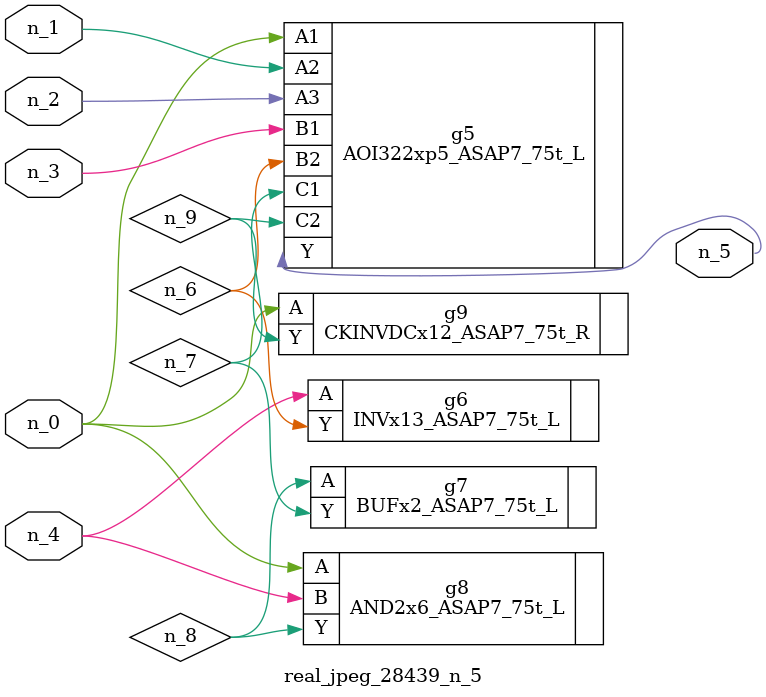
<source format=v>
module real_jpeg_28439_n_5 (n_4, n_0, n_1, n_2, n_3, n_5);

input n_4;
input n_0;
input n_1;
input n_2;
input n_3;

output n_5;

wire n_8;
wire n_6;
wire n_7;
wire n_9;

AOI322xp5_ASAP7_75t_L g5 ( 
.A1(n_0),
.A2(n_1),
.A3(n_2),
.B1(n_3),
.B2(n_6),
.C1(n_7),
.C2(n_9),
.Y(n_5)
);

AND2x6_ASAP7_75t_L g8 ( 
.A(n_0),
.B(n_4),
.Y(n_8)
);

CKINVDCx12_ASAP7_75t_R g9 ( 
.A(n_0),
.Y(n_9)
);

INVx13_ASAP7_75t_L g6 ( 
.A(n_4),
.Y(n_6)
);

BUFx2_ASAP7_75t_L g7 ( 
.A(n_8),
.Y(n_7)
);


endmodule
</source>
